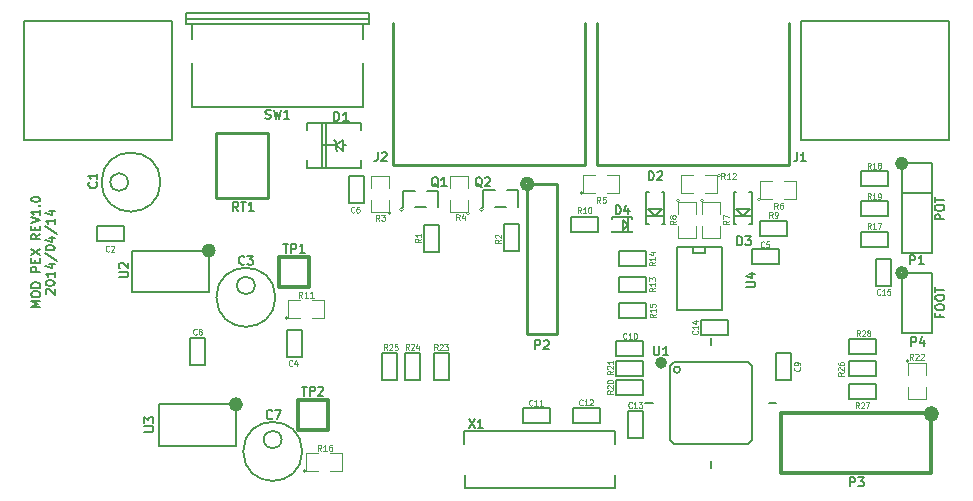
<source format=gto>
%FSLAX34Y34*%
G04 Gerber Fmt 3.4, Leading zero omitted, Abs format*
G04 (created by PCBNEW (2014-03-19 BZR 4756)-product) date Ter 03 Jun 2014 12:28:43 BRT*
%MOIN*%
G01*
G70*
G90*
G04 APERTURE LIST*
%ADD10C,0.005906*%
%ADD11C,0.006000*%
%ADD12C,0.020000*%
%ADD13C,0.007874*%
%ADD14C,0.003100*%
%ADD15C,0.019685*%
%ADD16C,0.005000*%
%ADD17C,0.010000*%
%ADD18C,0.003900*%
%ADD19C,0.012500*%
%ADD20C,0.012000*%
%ADD21C,0.007500*%
%ADD22C,0.004300*%
%ADD23C,0.004500*%
G04 APERTURE END LIST*
G54D10*
G54D11*
X555Y-9525D02*
X255Y-9525D01*
X470Y-9425D01*
X255Y-9325D01*
X555Y-9325D01*
X255Y-9125D02*
X255Y-9068D01*
X270Y-9039D01*
X298Y-9011D01*
X355Y-8997D01*
X455Y-8997D01*
X512Y-9011D01*
X541Y-9039D01*
X555Y-9068D01*
X555Y-9125D01*
X541Y-9154D01*
X512Y-9182D01*
X455Y-9197D01*
X355Y-9197D01*
X298Y-9182D01*
X270Y-9154D01*
X255Y-9125D01*
X555Y-8868D02*
X255Y-8868D01*
X255Y-8797D01*
X270Y-8754D01*
X298Y-8725D01*
X327Y-8711D01*
X384Y-8697D01*
X427Y-8697D01*
X484Y-8711D01*
X512Y-8725D01*
X541Y-8754D01*
X555Y-8797D01*
X555Y-8868D01*
X555Y-8339D02*
X255Y-8339D01*
X255Y-8225D01*
X270Y-8197D01*
X284Y-8182D01*
X312Y-8168D01*
X355Y-8168D01*
X384Y-8182D01*
X398Y-8197D01*
X412Y-8225D01*
X412Y-8339D01*
X398Y-8039D02*
X398Y-7939D01*
X555Y-7897D02*
X555Y-8039D01*
X255Y-8039D01*
X255Y-7897D01*
X255Y-7797D02*
X555Y-7597D01*
X255Y-7597D02*
X555Y-7797D01*
X555Y-7082D02*
X412Y-7182D01*
X555Y-7254D02*
X255Y-7254D01*
X255Y-7140D01*
X270Y-7111D01*
X284Y-7097D01*
X312Y-7082D01*
X355Y-7082D01*
X384Y-7097D01*
X398Y-7111D01*
X412Y-7140D01*
X412Y-7254D01*
X398Y-6954D02*
X398Y-6854D01*
X555Y-6811D02*
X555Y-6954D01*
X255Y-6954D01*
X255Y-6811D01*
X255Y-6725D02*
X555Y-6625D01*
X255Y-6525D01*
X555Y-6268D02*
X555Y-6439D01*
X555Y-6354D02*
X255Y-6354D01*
X298Y-6382D01*
X327Y-6411D01*
X341Y-6439D01*
X527Y-6139D02*
X541Y-6125D01*
X555Y-6139D01*
X541Y-6154D01*
X527Y-6139D01*
X555Y-6139D01*
X255Y-5940D02*
X255Y-5911D01*
X270Y-5882D01*
X284Y-5868D01*
X312Y-5854D01*
X370Y-5840D01*
X441Y-5840D01*
X498Y-5854D01*
X527Y-5868D01*
X541Y-5882D01*
X555Y-5911D01*
X555Y-5940D01*
X541Y-5968D01*
X527Y-5982D01*
X498Y-5997D01*
X441Y-6011D01*
X370Y-6011D01*
X312Y-5997D01*
X284Y-5982D01*
X270Y-5968D01*
X255Y-5940D01*
X764Y-9089D02*
X750Y-9075D01*
X735Y-9047D01*
X735Y-8975D01*
X750Y-8947D01*
X764Y-8932D01*
X792Y-8918D01*
X821Y-8918D01*
X864Y-8932D01*
X1035Y-9104D01*
X1035Y-8918D01*
X735Y-8732D02*
X735Y-8704D01*
X750Y-8675D01*
X764Y-8661D01*
X792Y-8647D01*
X850Y-8632D01*
X921Y-8632D01*
X978Y-8647D01*
X1007Y-8661D01*
X1021Y-8675D01*
X1035Y-8704D01*
X1035Y-8732D01*
X1021Y-8761D01*
X1007Y-8775D01*
X978Y-8789D01*
X921Y-8804D01*
X850Y-8804D01*
X792Y-8789D01*
X764Y-8775D01*
X750Y-8761D01*
X735Y-8732D01*
X1035Y-8347D02*
X1035Y-8518D01*
X1035Y-8432D02*
X735Y-8432D01*
X778Y-8461D01*
X807Y-8490D01*
X821Y-8518D01*
X835Y-8090D02*
X1035Y-8090D01*
X721Y-8161D02*
X935Y-8232D01*
X935Y-8047D01*
X721Y-7718D02*
X1107Y-7975D01*
X735Y-7561D02*
X735Y-7532D01*
X750Y-7504D01*
X764Y-7490D01*
X792Y-7475D01*
X850Y-7461D01*
X921Y-7461D01*
X978Y-7475D01*
X1007Y-7490D01*
X1021Y-7504D01*
X1035Y-7532D01*
X1035Y-7561D01*
X1021Y-7590D01*
X1007Y-7604D01*
X978Y-7618D01*
X921Y-7632D01*
X850Y-7632D01*
X792Y-7618D01*
X764Y-7604D01*
X750Y-7590D01*
X735Y-7561D01*
X835Y-7204D02*
X1035Y-7204D01*
X721Y-7275D02*
X935Y-7347D01*
X935Y-7161D01*
X721Y-6832D02*
X1107Y-7090D01*
X1035Y-6575D02*
X1035Y-6747D01*
X1035Y-6661D02*
X735Y-6661D01*
X778Y-6690D01*
X807Y-6718D01*
X821Y-6747D01*
X835Y-6318D02*
X1035Y-6318D01*
X721Y-6390D02*
X935Y-6461D01*
X935Y-6275D01*
G54D12*
X21356Y-11375D02*
G75*
G03X21356Y-11375I-101J0D01*
G74*
G01*
X16940Y-5415D02*
G75*
G03X16940Y-5415I-150J0D01*
G74*
G01*
X29401Y-4730D02*
G75*
G03X29401Y-4730I-126J0D01*
G74*
G01*
X29410Y-8380D02*
G75*
G03X29410Y-8380I-130J0D01*
G74*
G01*
X30421Y-13080D02*
G75*
G03X30421Y-13080I-161J0D01*
G74*
G01*
G54D13*
X22915Y-10785D02*
X22915Y-10535D01*
X24845Y-12715D02*
X25095Y-12715D01*
X22910Y-14645D02*
X22910Y-14895D01*
X20980Y-12720D02*
X20730Y-12720D01*
G54D11*
X30539Y-9764D02*
X30539Y-9864D01*
X30696Y-9864D02*
X30396Y-9864D01*
X30396Y-9721D01*
X30396Y-9550D02*
X30396Y-9493D01*
X30410Y-9464D01*
X30439Y-9436D01*
X30496Y-9421D01*
X30596Y-9421D01*
X30653Y-9436D01*
X30682Y-9464D01*
X30696Y-9493D01*
X30696Y-9550D01*
X30682Y-9578D01*
X30653Y-9607D01*
X30596Y-9621D01*
X30496Y-9621D01*
X30439Y-9607D01*
X30410Y-9578D01*
X30396Y-9550D01*
X30396Y-9236D02*
X30396Y-9178D01*
X30410Y-9150D01*
X30439Y-9121D01*
X30496Y-9107D01*
X30596Y-9107D01*
X30653Y-9121D01*
X30682Y-9150D01*
X30696Y-9178D01*
X30696Y-9236D01*
X30682Y-9264D01*
X30653Y-9293D01*
X30596Y-9307D01*
X30496Y-9307D01*
X30439Y-9293D01*
X30410Y-9264D01*
X30396Y-9236D01*
X30396Y-9021D02*
X30396Y-8850D01*
X30696Y-8936D02*
X30396Y-8936D01*
X30685Y-6599D02*
X30385Y-6599D01*
X30385Y-6485D01*
X30400Y-6457D01*
X30414Y-6442D01*
X30442Y-6428D01*
X30485Y-6428D01*
X30514Y-6442D01*
X30528Y-6457D01*
X30542Y-6485D01*
X30542Y-6599D01*
X30385Y-6242D02*
X30385Y-6185D01*
X30400Y-6157D01*
X30428Y-6128D01*
X30485Y-6114D01*
X30585Y-6114D01*
X30642Y-6128D01*
X30671Y-6157D01*
X30685Y-6185D01*
X30685Y-6242D01*
X30671Y-6271D01*
X30642Y-6299D01*
X30585Y-6314D01*
X30485Y-6314D01*
X30428Y-6299D01*
X30400Y-6271D01*
X30385Y-6242D01*
X30385Y-6028D02*
X30385Y-5857D01*
X30685Y-5942D02*
X30385Y-5942D01*
X15728Y-6181D02*
X16082Y-6181D01*
X16496Y-5629D02*
X16102Y-5629D01*
X15314Y-5629D02*
X15708Y-5629D01*
X16496Y-5629D02*
X16496Y-6181D01*
X15314Y-5629D02*
X15314Y-6181D01*
G54D14*
X15327Y-6260D02*
G75*
G03X15327Y-6260I-62J0D01*
G74*
G01*
G54D11*
X13064Y-6194D02*
X13419Y-6194D01*
X13832Y-5643D02*
X13438Y-5643D01*
X12651Y-5643D02*
X13045Y-5643D01*
X13832Y-5643D02*
X13832Y-6194D01*
X12651Y-5643D02*
X12651Y-6194D01*
G54D14*
X12664Y-6273D02*
G75*
G03X12664Y-6273I-62J0D01*
G74*
G01*
G54D13*
X6173Y-7736D02*
X6173Y-7638D01*
X6173Y-7638D02*
X6271Y-7638D01*
G54D15*
X6312Y-7638D02*
G75*
G03X6312Y-7638I-139J0D01*
G74*
G01*
G54D13*
X6173Y-9016D02*
X3614Y-9016D01*
X3614Y-9016D02*
X3614Y-7638D01*
X3614Y-7638D02*
X6173Y-7638D01*
X6173Y-7638D02*
X6173Y-9016D01*
X7079Y-12859D02*
X7079Y-12761D01*
X7079Y-12761D02*
X7177Y-12761D01*
G54D15*
X7218Y-12761D02*
G75*
G03X7218Y-12761I-139J0D01*
G74*
G01*
G54D13*
X7079Y-14138D02*
X4520Y-14138D01*
X4520Y-14138D02*
X4520Y-12761D01*
X4520Y-12761D02*
X7079Y-12761D01*
X7079Y-12761D02*
X7079Y-14138D01*
G54D16*
X21819Y-7532D02*
X21769Y-7532D01*
X21769Y-7532D02*
X21769Y-9632D01*
X23269Y-9632D02*
X23269Y-7532D01*
X23269Y-7532D02*
X21819Y-7532D01*
X22719Y-7532D02*
X22719Y-7732D01*
X22719Y-7732D02*
X22319Y-7732D01*
X22319Y-7732D02*
X22319Y-7532D01*
X23269Y-9632D02*
X21769Y-9632D01*
G54D17*
X8149Y-5885D02*
X6417Y-5885D01*
X6417Y-5885D02*
X6417Y-3720D01*
X6417Y-3720D02*
X8149Y-3720D01*
X8149Y-3720D02*
X8149Y-5885D01*
G54D18*
X29523Y-11327D02*
G75*
G03X29523Y-11327I-50J0D01*
G74*
G01*
X29473Y-11777D02*
X29473Y-11377D01*
X29473Y-11377D02*
X30073Y-11377D01*
X30073Y-11377D02*
X30073Y-11777D01*
X30073Y-12177D02*
X30073Y-12577D01*
X30073Y-12577D02*
X29473Y-12577D01*
X29473Y-12577D02*
X29473Y-12177D01*
X8821Y-9886D02*
G75*
G03X8821Y-9886I-50J0D01*
G74*
G01*
X9221Y-9886D02*
X8821Y-9886D01*
X8821Y-9886D02*
X8821Y-9286D01*
X8821Y-9286D02*
X9221Y-9286D01*
X9621Y-9286D02*
X10021Y-9286D01*
X10021Y-9286D02*
X10021Y-9886D01*
X10021Y-9886D02*
X9621Y-9886D01*
X23219Y-5133D02*
G75*
G03X23219Y-5133I-50J0D01*
G74*
G01*
X22719Y-5133D02*
X23119Y-5133D01*
X23119Y-5133D02*
X23119Y-5733D01*
X23119Y-5733D02*
X22719Y-5733D01*
X22319Y-5733D02*
X21919Y-5733D01*
X21919Y-5733D02*
X21919Y-5133D01*
X21919Y-5133D02*
X22319Y-5133D01*
X9426Y-14985D02*
G75*
G03X9426Y-14985I-50J0D01*
G74*
G01*
X9826Y-14985D02*
X9426Y-14985D01*
X9426Y-14985D02*
X9426Y-14385D01*
X9426Y-14385D02*
X9826Y-14385D01*
X10226Y-14385D02*
X10626Y-14385D01*
X10626Y-14385D02*
X10626Y-14985D01*
X10626Y-14985D02*
X10226Y-14985D01*
X12250Y-6400D02*
G75*
G03X12250Y-6400I-50J0D01*
G74*
G01*
X12200Y-5950D02*
X12200Y-6350D01*
X12200Y-6350D02*
X11600Y-6350D01*
X11600Y-6350D02*
X11600Y-5950D01*
X11600Y-5550D02*
X11600Y-5150D01*
X11600Y-5150D02*
X12200Y-5150D01*
X12200Y-5150D02*
X12200Y-5550D01*
X14877Y-6398D02*
G75*
G03X14877Y-6398I-50J0D01*
G74*
G01*
X14827Y-5948D02*
X14827Y-6348D01*
X14827Y-6348D02*
X14227Y-6348D01*
X14227Y-6348D02*
X14227Y-5948D01*
X14227Y-5548D02*
X14227Y-5148D01*
X14227Y-5148D02*
X14827Y-5148D01*
X14827Y-5148D02*
X14827Y-5548D01*
X18651Y-5733D02*
G75*
G03X18651Y-5733I-50J0D01*
G74*
G01*
X19051Y-5733D02*
X18651Y-5733D01*
X18651Y-5733D02*
X18651Y-5133D01*
X18651Y-5133D02*
X19051Y-5133D01*
X19451Y-5133D02*
X19851Y-5133D01*
X19851Y-5133D02*
X19851Y-5733D01*
X19851Y-5733D02*
X19451Y-5733D01*
X24557Y-5929D02*
G75*
G03X24557Y-5929I-50J0D01*
G74*
G01*
X24957Y-5929D02*
X24557Y-5929D01*
X24557Y-5929D02*
X24557Y-5329D01*
X24557Y-5329D02*
X24957Y-5329D01*
X25357Y-5329D02*
X25757Y-5329D01*
X25757Y-5329D02*
X25757Y-5929D01*
X25757Y-5929D02*
X25357Y-5929D01*
X22663Y-5964D02*
G75*
G03X22663Y-5964I-50J0D01*
G74*
G01*
X22613Y-6414D02*
X22613Y-6014D01*
X22613Y-6014D02*
X23213Y-6014D01*
X23213Y-6014D02*
X23213Y-6414D01*
X23213Y-6814D02*
X23213Y-7214D01*
X23213Y-7214D02*
X22613Y-7214D01*
X22613Y-7214D02*
X22613Y-6814D01*
X21875Y-5964D02*
G75*
G03X21875Y-5964I-50J0D01*
G74*
G01*
X21825Y-6414D02*
X21825Y-6014D01*
X21825Y-6014D02*
X22425Y-6014D01*
X22425Y-6014D02*
X22425Y-6414D01*
X22425Y-6814D02*
X22425Y-7214D01*
X22425Y-7214D02*
X21825Y-7214D01*
X21825Y-7214D02*
X21825Y-6814D01*
G54D16*
X9277Y-10278D02*
X9277Y-11178D01*
X9277Y-11178D02*
X8777Y-11178D01*
X8777Y-11178D02*
X8777Y-10278D01*
X8777Y-10278D02*
X9277Y-10278D01*
X19746Y-11954D02*
X20646Y-11954D01*
X20646Y-11954D02*
X20646Y-12454D01*
X20646Y-12454D02*
X19746Y-12454D01*
X19746Y-12454D02*
X19746Y-11954D01*
X3335Y-7317D02*
X2435Y-7317D01*
X2435Y-7317D02*
X2435Y-6817D01*
X2435Y-6817D02*
X3335Y-6817D01*
X3335Y-6817D02*
X3335Y-7317D01*
X19864Y-9395D02*
X20764Y-9395D01*
X20764Y-9395D02*
X20764Y-9895D01*
X20764Y-9895D02*
X19864Y-9895D01*
X19864Y-9895D02*
X19864Y-9395D01*
X27512Y-12081D02*
X28412Y-12081D01*
X28412Y-12081D02*
X28412Y-12581D01*
X28412Y-12581D02*
X27512Y-12581D01*
X27512Y-12581D02*
X27512Y-12081D01*
X27512Y-11333D02*
X28412Y-11333D01*
X28412Y-11333D02*
X28412Y-11833D01*
X28412Y-11833D02*
X27512Y-11833D01*
X27512Y-11833D02*
X27512Y-11333D01*
X13677Y-11964D02*
X13677Y-11064D01*
X13677Y-11064D02*
X14177Y-11064D01*
X14177Y-11064D02*
X14177Y-11964D01*
X14177Y-11964D02*
X13677Y-11964D01*
X12732Y-11964D02*
X12732Y-11064D01*
X12732Y-11064D02*
X13232Y-11064D01*
X13232Y-11064D02*
X13232Y-11964D01*
X13232Y-11964D02*
X12732Y-11964D01*
X11964Y-11964D02*
X11964Y-11064D01*
X11964Y-11064D02*
X12464Y-11064D01*
X12464Y-11064D02*
X12464Y-11964D01*
X12464Y-11964D02*
X11964Y-11964D01*
X28412Y-11085D02*
X27512Y-11085D01*
X27512Y-11085D02*
X27512Y-10585D01*
X27512Y-10585D02*
X28412Y-10585D01*
X28412Y-10585D02*
X28412Y-11085D01*
X28806Y-7502D02*
X27906Y-7502D01*
X27906Y-7502D02*
X27906Y-7002D01*
X27906Y-7002D02*
X28806Y-7002D01*
X28806Y-7002D02*
X28806Y-7502D01*
X28806Y-5495D02*
X27906Y-5495D01*
X27906Y-5495D02*
X27906Y-4995D01*
X27906Y-4995D02*
X28806Y-4995D01*
X28806Y-4995D02*
X28806Y-5495D01*
X28806Y-6479D02*
X27906Y-6479D01*
X27906Y-6479D02*
X27906Y-5979D01*
X27906Y-5979D02*
X28806Y-5979D01*
X28806Y-5979D02*
X28806Y-6479D01*
X25074Y-11954D02*
X25074Y-11054D01*
X25074Y-11054D02*
X25574Y-11054D01*
X25574Y-11054D02*
X25574Y-11954D01*
X25574Y-11954D02*
X25074Y-11954D01*
X13346Y-7668D02*
X13346Y-6768D01*
X13346Y-6768D02*
X13846Y-6768D01*
X13846Y-6768D02*
X13846Y-7668D01*
X13846Y-7668D02*
X13346Y-7668D01*
X22581Y-9946D02*
X23481Y-9946D01*
X23481Y-9946D02*
X23481Y-10446D01*
X23481Y-10446D02*
X22581Y-10446D01*
X22581Y-10446D02*
X22581Y-9946D01*
X20643Y-12975D02*
X20643Y-13875D01*
X20643Y-13875D02*
X20143Y-13875D01*
X20143Y-13875D02*
X20143Y-12975D01*
X20143Y-12975D02*
X20643Y-12975D01*
X16636Y-12899D02*
X17536Y-12899D01*
X17536Y-12899D02*
X17536Y-13399D01*
X17536Y-13399D02*
X16636Y-13399D01*
X16636Y-13399D02*
X16636Y-12899D01*
X18329Y-12899D02*
X19229Y-12899D01*
X19229Y-12899D02*
X19229Y-13399D01*
X19229Y-13399D02*
X18329Y-13399D01*
X18329Y-13399D02*
X18329Y-12899D01*
X19746Y-11305D02*
X20646Y-11305D01*
X20646Y-11305D02*
X20646Y-11805D01*
X20646Y-11805D02*
X19746Y-11805D01*
X19746Y-11805D02*
X19746Y-11305D01*
X20646Y-11155D02*
X19746Y-11155D01*
X19746Y-11155D02*
X19746Y-10655D01*
X19746Y-10655D02*
X20646Y-10655D01*
X20646Y-10655D02*
X20646Y-11155D01*
X11350Y-5160D02*
X11350Y-6060D01*
X11350Y-6060D02*
X10850Y-6060D01*
X10850Y-6060D02*
X10850Y-5160D01*
X10850Y-5160D02*
X11350Y-5160D01*
X19864Y-8529D02*
X20764Y-8529D01*
X20764Y-8529D02*
X20764Y-9029D01*
X20764Y-9029D02*
X19864Y-9029D01*
X19864Y-9029D02*
X19864Y-8529D01*
X16009Y-7654D02*
X16009Y-6754D01*
X16009Y-6754D02*
X16509Y-6754D01*
X16509Y-6754D02*
X16509Y-7654D01*
X16509Y-7654D02*
X16009Y-7654D01*
X5550Y-11460D02*
X5550Y-10560D01*
X5550Y-10560D02*
X6050Y-10560D01*
X6050Y-10560D02*
X6050Y-11460D01*
X6050Y-11460D02*
X5550Y-11460D01*
X19150Y-7021D02*
X18250Y-7021D01*
X18250Y-7021D02*
X18250Y-6521D01*
X18250Y-6521D02*
X19150Y-6521D01*
X19150Y-6521D02*
X19150Y-7021D01*
X19864Y-7663D02*
X20764Y-7663D01*
X20764Y-7663D02*
X20764Y-8163D01*
X20764Y-8163D02*
X19864Y-8163D01*
X19864Y-8163D02*
X19864Y-7663D01*
X24274Y-7584D02*
X25174Y-7584D01*
X25174Y-7584D02*
X25174Y-8084D01*
X25174Y-8084D02*
X24274Y-8084D01*
X24274Y-8084D02*
X24274Y-7584D01*
X25450Y-7139D02*
X24550Y-7139D01*
X24550Y-7139D02*
X24550Y-6639D01*
X24550Y-6639D02*
X25450Y-6639D01*
X25450Y-6639D02*
X25450Y-7139D01*
G54D19*
X8527Y-8866D02*
X9527Y-8866D01*
X8527Y-7866D02*
X9527Y-7866D01*
G54D20*
X8527Y-8866D02*
X8527Y-7866D01*
X9527Y-7866D02*
X9527Y-8866D01*
G54D19*
X9150Y-13620D02*
X10150Y-13620D01*
X9150Y-12620D02*
X10150Y-12620D01*
G54D20*
X9150Y-13620D02*
X9150Y-12620D01*
X10150Y-12620D02*
X10150Y-13620D01*
G54D17*
X18711Y-4771D02*
X18711Y-36D01*
X12311Y-36D02*
X12311Y-4771D01*
X18711Y-4771D02*
X12311Y-4771D01*
X25522Y-4771D02*
X25522Y-36D01*
X19122Y-36D02*
X19122Y-4771D01*
X25522Y-4771D02*
X19122Y-4771D01*
G54D20*
X30265Y-15064D02*
X25265Y-15064D01*
X25265Y-15064D02*
X25265Y-13064D01*
X25265Y-13064D02*
X30265Y-13064D01*
X30265Y-13064D02*
X30265Y-15064D01*
G54D17*
X16783Y-5413D02*
X16783Y-10413D01*
X17783Y-10413D02*
X17783Y-5413D01*
X17783Y-5413D02*
X16783Y-5413D01*
X16783Y-10413D02*
X17783Y-10413D01*
G54D11*
X29273Y-4729D02*
X30273Y-4729D01*
X30273Y-4729D02*
X30273Y-7729D01*
X30273Y-7729D02*
X29273Y-7729D01*
X29273Y-7729D02*
X29273Y-4729D01*
X30273Y-5729D02*
X29273Y-5729D01*
X29273Y-8378D02*
X30273Y-8378D01*
X30273Y-8378D02*
X30273Y-10378D01*
X30273Y-10378D02*
X29273Y-10378D01*
X29273Y-10378D02*
X29273Y-8378D01*
G54D16*
X21889Y-11606D02*
G75*
G03X21889Y-11606I-109J0D01*
G74*
G01*
X21556Y-11480D02*
X21556Y-13952D01*
X21556Y-13952D02*
X21677Y-14073D01*
X21677Y-14073D02*
X24149Y-14073D01*
X24149Y-14073D02*
X24270Y-13952D01*
X24270Y-13952D02*
X24270Y-11480D01*
X24270Y-11480D02*
X24149Y-11359D01*
X24149Y-11359D02*
X21677Y-11359D01*
X21677Y-11359D02*
X21556Y-11480D01*
G54D11*
X19704Y-15556D02*
X19704Y-15126D01*
X14694Y-14086D02*
X14694Y-13656D01*
X14694Y-13656D02*
X19704Y-13656D01*
X19704Y-13656D02*
X19704Y-14086D01*
X19704Y-15556D02*
X14704Y-15556D01*
X14704Y-15556D02*
X14704Y-15126D01*
G54D16*
X10654Y-4133D02*
X10734Y-4133D01*
X11254Y-4883D02*
X9454Y-4883D01*
X9454Y-4883D02*
X9454Y-4633D01*
X10094Y-3383D02*
X10094Y-4883D01*
X9964Y-3383D02*
X9964Y-4883D01*
X11254Y-3633D02*
X11254Y-3383D01*
X11254Y-3383D02*
X9454Y-3383D01*
X9454Y-3383D02*
X9454Y-3633D01*
X11254Y-4633D02*
X11254Y-4883D01*
X10404Y-4133D02*
X10654Y-4320D01*
X10654Y-4320D02*
X10654Y-4133D01*
X10654Y-4133D02*
X10654Y-3946D01*
X10654Y-3946D02*
X10404Y-4133D01*
X10404Y-4133D02*
X10404Y-4258D01*
X10404Y-4258D02*
X10466Y-4320D01*
X10404Y-4133D02*
X10404Y-4008D01*
X10404Y-4008D02*
X10342Y-3946D01*
X10404Y-4133D02*
X9967Y-4133D01*
G54D10*
X25925Y0D02*
X30846Y0D01*
X30846Y0D02*
X30846Y-3937D01*
X30846Y-3937D02*
X25925Y-3937D01*
X25925Y-3937D02*
X25925Y0D01*
X19Y0D02*
X4940Y0D01*
X4940Y0D02*
X4940Y-3937D01*
X4940Y-3937D02*
X19Y-3937D01*
X19Y-3937D02*
X19Y0D01*
X3484Y-5354D02*
G75*
G03X3484Y-5354I-295J0D01*
G74*
G01*
X4566Y-5354D02*
G75*
G03X4566Y-5354I-984J0D01*
G74*
G01*
X8602Y-13937D02*
G75*
G03X8602Y-13937I-295J0D01*
G74*
G01*
X9291Y-14330D02*
G75*
G03X9291Y-14330I-984J0D01*
G74*
G01*
X7708Y-8799D02*
G75*
G03X7708Y-8799I-295J0D01*
G74*
G01*
X8397Y-9193D02*
G75*
G03X8397Y-9193I-984J0D01*
G74*
G01*
G54D13*
X11515Y98D02*
X5413Y98D01*
X5413Y295D02*
X11515Y295D01*
X11515Y-98D02*
X5413Y-98D01*
X11515Y-98D02*
X11515Y295D01*
X5413Y295D02*
X5413Y98D01*
X5413Y98D02*
X5413Y-98D01*
X11318Y-590D02*
X11318Y-98D01*
X11318Y-2854D02*
X11318Y-1377D01*
X5610Y-590D02*
X5610Y-98D01*
X11318Y-2854D02*
X5610Y-2854D01*
X5610Y-2854D02*
X5610Y-1377D01*
G54D21*
X23671Y-5689D02*
X23766Y-5689D01*
X24280Y-5689D02*
X24186Y-5689D01*
X24282Y-6751D02*
X24186Y-6751D01*
X23671Y-6751D02*
X23766Y-6751D01*
X24281Y-5689D02*
X24281Y-6751D01*
X23671Y-6751D02*
X23671Y-5689D01*
X23671Y-6496D02*
X24281Y-6496D01*
X23976Y-6496D02*
X23740Y-6259D01*
X23740Y-6259D02*
X24212Y-6259D01*
X24212Y-6259D02*
X23976Y-6496D01*
X20757Y-5689D02*
X20852Y-5689D01*
X21366Y-5689D02*
X21272Y-5689D01*
X21368Y-6751D02*
X21272Y-6751D01*
X20757Y-6751D02*
X20852Y-6751D01*
X21367Y-5689D02*
X21367Y-6751D01*
X20757Y-6751D02*
X20757Y-5689D01*
X20757Y-6496D02*
X21367Y-6496D01*
X21062Y-6496D02*
X20826Y-6259D01*
X20826Y-6259D02*
X21298Y-6259D01*
X21298Y-6259D02*
X21062Y-6496D01*
X20167Y-7017D02*
X20167Y-6525D01*
X19999Y-6938D02*
X19999Y-6604D01*
X19999Y-6604D02*
X20167Y-6771D01*
X20167Y-6771D02*
X19999Y-6938D01*
X20295Y-6525D02*
X20295Y-6574D01*
X20295Y-7017D02*
X20295Y-6968D01*
X19625Y-6525D02*
X19625Y-6574D01*
X19625Y-7017D02*
X19625Y-6968D01*
X20295Y-6527D02*
X19625Y-6527D01*
X20295Y-7019D02*
X19625Y-7019D01*
G54D16*
X28921Y-7905D02*
X28921Y-8805D01*
X28921Y-8805D02*
X28421Y-8805D01*
X28421Y-8805D02*
X28421Y-7905D01*
X28421Y-7905D02*
X28921Y-7905D01*
G54D11*
X15286Y-5518D02*
X15257Y-5504D01*
X15229Y-5475D01*
X15186Y-5432D01*
X15157Y-5418D01*
X15129Y-5418D01*
X15143Y-5490D02*
X15114Y-5475D01*
X15086Y-5447D01*
X15072Y-5390D01*
X15072Y-5290D01*
X15086Y-5232D01*
X15114Y-5204D01*
X15143Y-5190D01*
X15200Y-5190D01*
X15229Y-5204D01*
X15257Y-5232D01*
X15272Y-5290D01*
X15272Y-5390D01*
X15257Y-5447D01*
X15229Y-5475D01*
X15200Y-5490D01*
X15143Y-5490D01*
X15386Y-5218D02*
X15400Y-5204D01*
X15429Y-5190D01*
X15500Y-5190D01*
X15529Y-5204D01*
X15543Y-5218D01*
X15557Y-5247D01*
X15557Y-5275D01*
X15543Y-5318D01*
X15372Y-5490D01*
X15557Y-5490D01*
X13829Y-5518D02*
X13801Y-5504D01*
X13772Y-5475D01*
X13729Y-5432D01*
X13701Y-5418D01*
X13672Y-5418D01*
X13686Y-5490D02*
X13658Y-5475D01*
X13629Y-5447D01*
X13615Y-5390D01*
X13615Y-5290D01*
X13629Y-5232D01*
X13658Y-5204D01*
X13686Y-5190D01*
X13743Y-5190D01*
X13772Y-5204D01*
X13801Y-5232D01*
X13815Y-5290D01*
X13815Y-5390D01*
X13801Y-5447D01*
X13772Y-5475D01*
X13743Y-5490D01*
X13686Y-5490D01*
X14101Y-5490D02*
X13929Y-5490D01*
X14015Y-5490D02*
X14015Y-5190D01*
X13986Y-5232D01*
X13958Y-5261D01*
X13929Y-5275D01*
X3184Y-8518D02*
X3427Y-8518D01*
X3456Y-8504D01*
X3470Y-8490D01*
X3484Y-8461D01*
X3484Y-8404D01*
X3470Y-8375D01*
X3456Y-8361D01*
X3427Y-8347D01*
X3184Y-8347D01*
X3213Y-8218D02*
X3199Y-8204D01*
X3184Y-8175D01*
X3184Y-8104D01*
X3199Y-8075D01*
X3213Y-8061D01*
X3241Y-8047D01*
X3270Y-8047D01*
X3313Y-8061D01*
X3484Y-8232D01*
X3484Y-8047D01*
X4031Y-13668D02*
X4273Y-13668D01*
X4302Y-13654D01*
X4316Y-13639D01*
X4331Y-13611D01*
X4331Y-13554D01*
X4316Y-13525D01*
X4302Y-13511D01*
X4273Y-13496D01*
X4031Y-13496D01*
X4031Y-13382D02*
X4031Y-13196D01*
X4145Y-13296D01*
X4145Y-13254D01*
X4159Y-13225D01*
X4173Y-13211D01*
X4202Y-13196D01*
X4273Y-13196D01*
X4302Y-13211D01*
X4316Y-13225D01*
X4331Y-13254D01*
X4331Y-13339D01*
X4316Y-13368D01*
X4302Y-13382D01*
X24087Y-8850D02*
X24330Y-8850D01*
X24359Y-8836D01*
X24373Y-8822D01*
X24387Y-8793D01*
X24387Y-8736D01*
X24373Y-8707D01*
X24359Y-8693D01*
X24330Y-8679D01*
X24087Y-8679D01*
X24187Y-8407D02*
X24387Y-8407D01*
X24073Y-8479D02*
X24287Y-8550D01*
X24287Y-8364D01*
X7158Y-6316D02*
X7058Y-6173D01*
X6987Y-6316D02*
X6987Y-6016D01*
X7101Y-6016D01*
X7129Y-6031D01*
X7144Y-6045D01*
X7158Y-6073D01*
X7158Y-6116D01*
X7144Y-6145D01*
X7129Y-6159D01*
X7101Y-6173D01*
X6987Y-6173D01*
X7244Y-6016D02*
X7415Y-6016D01*
X7329Y-6316D02*
X7329Y-6016D01*
X7672Y-6316D02*
X7501Y-6316D01*
X7587Y-6316D02*
X7587Y-6016D01*
X7558Y-6059D01*
X7529Y-6088D01*
X7501Y-6102D01*
G54D22*
X29646Y-11279D02*
X29581Y-11185D01*
X29534Y-11279D02*
X29534Y-11082D01*
X29609Y-11082D01*
X29628Y-11091D01*
X29637Y-11100D01*
X29646Y-11119D01*
X29646Y-11147D01*
X29637Y-11166D01*
X29628Y-11175D01*
X29609Y-11185D01*
X29534Y-11185D01*
X29721Y-11100D02*
X29731Y-11091D01*
X29750Y-11082D01*
X29796Y-11082D01*
X29815Y-11091D01*
X29825Y-11100D01*
X29834Y-11119D01*
X29834Y-11138D01*
X29825Y-11166D01*
X29712Y-11279D01*
X29834Y-11279D01*
X29909Y-11100D02*
X29918Y-11091D01*
X29937Y-11082D01*
X29984Y-11082D01*
X30003Y-11091D01*
X30012Y-11100D01*
X30022Y-11119D01*
X30022Y-11138D01*
X30012Y-11166D01*
X29900Y-11279D01*
X30022Y-11279D01*
X9294Y-9203D02*
X9229Y-9109D01*
X9182Y-9203D02*
X9182Y-9006D01*
X9257Y-9006D01*
X9275Y-9015D01*
X9285Y-9025D01*
X9294Y-9044D01*
X9294Y-9072D01*
X9285Y-9091D01*
X9275Y-9100D01*
X9257Y-9109D01*
X9182Y-9109D01*
X9482Y-9203D02*
X9369Y-9203D01*
X9426Y-9203D02*
X9426Y-9006D01*
X9407Y-9034D01*
X9388Y-9053D01*
X9369Y-9062D01*
X9669Y-9203D02*
X9557Y-9203D01*
X9613Y-9203D02*
X9613Y-9006D01*
X9594Y-9034D01*
X9576Y-9053D01*
X9557Y-9062D01*
X23377Y-5246D02*
X23311Y-5152D01*
X23264Y-5246D02*
X23264Y-5049D01*
X23339Y-5049D01*
X23358Y-5058D01*
X23367Y-5068D01*
X23377Y-5087D01*
X23377Y-5115D01*
X23367Y-5134D01*
X23358Y-5143D01*
X23339Y-5152D01*
X23264Y-5152D01*
X23564Y-5246D02*
X23452Y-5246D01*
X23508Y-5246D02*
X23508Y-5049D01*
X23489Y-5077D01*
X23471Y-5096D01*
X23452Y-5105D01*
X23639Y-5068D02*
X23649Y-5058D01*
X23668Y-5049D01*
X23715Y-5049D01*
X23733Y-5058D01*
X23743Y-5068D01*
X23752Y-5087D01*
X23752Y-5105D01*
X23743Y-5134D01*
X23630Y-5246D01*
X23752Y-5246D01*
X9919Y-14311D02*
X9854Y-14217D01*
X9807Y-14311D02*
X9807Y-14114D01*
X9882Y-14114D01*
X9901Y-14123D01*
X9910Y-14133D01*
X9919Y-14152D01*
X9919Y-14180D01*
X9910Y-14198D01*
X9901Y-14208D01*
X9882Y-14217D01*
X9807Y-14217D01*
X10107Y-14311D02*
X9994Y-14311D01*
X10051Y-14311D02*
X10051Y-14114D01*
X10032Y-14142D01*
X10013Y-14161D01*
X9994Y-14170D01*
X10276Y-14114D02*
X10238Y-14114D01*
X10220Y-14123D01*
X10210Y-14133D01*
X10191Y-14161D01*
X10182Y-14198D01*
X10182Y-14274D01*
X10191Y-14292D01*
X10201Y-14302D01*
X10220Y-14311D01*
X10257Y-14311D01*
X10276Y-14302D01*
X10285Y-14292D01*
X10295Y-14274D01*
X10295Y-14227D01*
X10285Y-14208D01*
X10276Y-14198D01*
X10257Y-14189D01*
X10220Y-14189D01*
X10201Y-14198D01*
X10191Y-14208D01*
X10182Y-14227D01*
X11867Y-6639D02*
X11801Y-6545D01*
X11754Y-6639D02*
X11754Y-6442D01*
X11829Y-6442D01*
X11848Y-6451D01*
X11857Y-6460D01*
X11867Y-6479D01*
X11867Y-6507D01*
X11857Y-6526D01*
X11848Y-6535D01*
X11829Y-6545D01*
X11754Y-6545D01*
X11932Y-6442D02*
X12054Y-6442D01*
X11989Y-6517D01*
X12017Y-6517D01*
X12036Y-6526D01*
X12045Y-6535D01*
X12054Y-6554D01*
X12054Y-6601D01*
X12045Y-6620D01*
X12036Y-6629D01*
X12017Y-6639D01*
X11960Y-6639D01*
X11942Y-6629D01*
X11932Y-6620D01*
X14534Y-6624D02*
X14468Y-6530D01*
X14421Y-6624D02*
X14421Y-6427D01*
X14496Y-6427D01*
X14515Y-6436D01*
X14524Y-6446D01*
X14534Y-6465D01*
X14534Y-6493D01*
X14524Y-6511D01*
X14515Y-6521D01*
X14496Y-6530D01*
X14421Y-6530D01*
X14702Y-6493D02*
X14702Y-6624D01*
X14656Y-6418D02*
X14609Y-6558D01*
X14731Y-6558D01*
X19228Y-6042D02*
X19163Y-5949D01*
X19116Y-6042D02*
X19116Y-5845D01*
X19191Y-5845D01*
X19210Y-5855D01*
X19219Y-5864D01*
X19228Y-5883D01*
X19228Y-5911D01*
X19219Y-5930D01*
X19210Y-5939D01*
X19191Y-5949D01*
X19116Y-5949D01*
X19407Y-5845D02*
X19313Y-5845D01*
X19303Y-5939D01*
X19313Y-5930D01*
X19332Y-5920D01*
X19378Y-5920D01*
X19397Y-5930D01*
X19407Y-5939D01*
X19416Y-5958D01*
X19416Y-6005D01*
X19407Y-6024D01*
X19397Y-6033D01*
X19378Y-6042D01*
X19332Y-6042D01*
X19313Y-6033D01*
X19303Y-6024D01*
X25134Y-6239D02*
X25068Y-6145D01*
X25022Y-6239D02*
X25022Y-6042D01*
X25097Y-6042D01*
X25115Y-6051D01*
X25125Y-6060D01*
X25134Y-6079D01*
X25134Y-6107D01*
X25125Y-6126D01*
X25115Y-6135D01*
X25097Y-6145D01*
X25022Y-6145D01*
X25303Y-6042D02*
X25265Y-6042D01*
X25247Y-6051D01*
X25237Y-6060D01*
X25219Y-6088D01*
X25209Y-6126D01*
X25209Y-6201D01*
X25219Y-6220D01*
X25228Y-6229D01*
X25247Y-6239D01*
X25284Y-6239D01*
X25303Y-6229D01*
X25312Y-6220D01*
X25322Y-6201D01*
X25322Y-6154D01*
X25312Y-6135D01*
X25303Y-6126D01*
X25284Y-6117D01*
X25247Y-6117D01*
X25228Y-6126D01*
X25219Y-6135D01*
X25209Y-6154D01*
X23514Y-6647D02*
X23420Y-6712D01*
X23514Y-6759D02*
X23317Y-6759D01*
X23317Y-6684D01*
X23326Y-6665D01*
X23336Y-6656D01*
X23354Y-6647D01*
X23382Y-6647D01*
X23401Y-6656D01*
X23411Y-6665D01*
X23420Y-6684D01*
X23420Y-6759D01*
X23317Y-6581D02*
X23317Y-6450D01*
X23514Y-6534D01*
X21742Y-6647D02*
X21648Y-6712D01*
X21742Y-6759D02*
X21545Y-6759D01*
X21545Y-6684D01*
X21555Y-6665D01*
X21564Y-6656D01*
X21583Y-6647D01*
X21611Y-6647D01*
X21630Y-6656D01*
X21639Y-6665D01*
X21648Y-6684D01*
X21648Y-6759D01*
X21630Y-6534D02*
X21620Y-6553D01*
X21611Y-6562D01*
X21592Y-6571D01*
X21583Y-6571D01*
X21564Y-6562D01*
X21555Y-6553D01*
X21545Y-6534D01*
X21545Y-6496D01*
X21555Y-6478D01*
X21564Y-6468D01*
X21583Y-6459D01*
X21592Y-6459D01*
X21611Y-6468D01*
X21620Y-6478D01*
X21630Y-6496D01*
X21630Y-6534D01*
X21639Y-6553D01*
X21648Y-6562D01*
X21667Y-6571D01*
X21705Y-6571D01*
X21723Y-6562D01*
X21733Y-6553D01*
X21742Y-6534D01*
X21742Y-6496D01*
X21733Y-6478D01*
X21723Y-6468D01*
X21705Y-6459D01*
X21667Y-6459D01*
X21648Y-6468D01*
X21639Y-6478D01*
X21630Y-6496D01*
G54D23*
X8958Y-11469D02*
X8949Y-11478D01*
X8923Y-11488D01*
X8906Y-11488D01*
X8881Y-11478D01*
X8863Y-11459D01*
X8855Y-11440D01*
X8846Y-11402D01*
X8846Y-11374D01*
X8855Y-11336D01*
X8863Y-11317D01*
X8881Y-11297D01*
X8906Y-11288D01*
X8923Y-11288D01*
X8949Y-11297D01*
X8958Y-11307D01*
X9112Y-11355D02*
X9112Y-11488D01*
X9069Y-11278D02*
X9026Y-11421D01*
X9138Y-11421D01*
X19657Y-12300D02*
X19562Y-12360D01*
X19657Y-12403D02*
X19457Y-12403D01*
X19457Y-12335D01*
X19466Y-12317D01*
X19476Y-12309D01*
X19495Y-12300D01*
X19524Y-12300D01*
X19543Y-12309D01*
X19552Y-12317D01*
X19562Y-12335D01*
X19562Y-12403D01*
X19476Y-12232D02*
X19466Y-12223D01*
X19457Y-12206D01*
X19457Y-12163D01*
X19466Y-12146D01*
X19476Y-12137D01*
X19495Y-12129D01*
X19514Y-12129D01*
X19543Y-12137D01*
X19657Y-12240D01*
X19657Y-12129D01*
X19457Y-12017D02*
X19457Y-12000D01*
X19466Y-11983D01*
X19476Y-11975D01*
X19495Y-11966D01*
X19533Y-11957D01*
X19581Y-11957D01*
X19619Y-11966D01*
X19638Y-11975D01*
X19647Y-11983D01*
X19657Y-12000D01*
X19657Y-12017D01*
X19647Y-12035D01*
X19638Y-12043D01*
X19619Y-12052D01*
X19581Y-12060D01*
X19533Y-12060D01*
X19495Y-12052D01*
X19476Y-12043D01*
X19466Y-12035D01*
X19457Y-12017D01*
X2855Y-7650D02*
X2847Y-7660D01*
X2821Y-7669D01*
X2804Y-7669D01*
X2778Y-7660D01*
X2761Y-7640D01*
X2753Y-7621D01*
X2744Y-7583D01*
X2744Y-7555D01*
X2753Y-7517D01*
X2761Y-7498D01*
X2778Y-7479D01*
X2804Y-7469D01*
X2821Y-7469D01*
X2847Y-7479D01*
X2855Y-7488D01*
X2924Y-7488D02*
X2933Y-7479D01*
X2950Y-7469D01*
X2993Y-7469D01*
X3010Y-7479D01*
X3018Y-7488D01*
X3027Y-7507D01*
X3027Y-7526D01*
X3018Y-7555D01*
X2915Y-7669D01*
X3027Y-7669D01*
X21070Y-9752D02*
X20975Y-9812D01*
X21070Y-9855D02*
X20870Y-9855D01*
X20870Y-9786D01*
X20880Y-9769D01*
X20889Y-9761D01*
X20908Y-9752D01*
X20937Y-9752D01*
X20956Y-9761D01*
X20965Y-9769D01*
X20975Y-9786D01*
X20975Y-9855D01*
X21070Y-9581D02*
X21070Y-9683D01*
X21070Y-9632D02*
X20870Y-9632D01*
X20899Y-9649D01*
X20918Y-9666D01*
X20927Y-9683D01*
X20870Y-9418D02*
X20870Y-9503D01*
X20965Y-9512D01*
X20956Y-9503D01*
X20946Y-9486D01*
X20946Y-9443D01*
X20956Y-9426D01*
X20965Y-9418D01*
X20984Y-9409D01*
X21032Y-9409D01*
X21051Y-9418D01*
X21060Y-9426D01*
X21070Y-9443D01*
X21070Y-9486D01*
X21060Y-9503D01*
X21051Y-9512D01*
X27846Y-12894D02*
X27786Y-12799D01*
X27743Y-12894D02*
X27743Y-12694D01*
X27812Y-12694D01*
X27829Y-12704D01*
X27838Y-12713D01*
X27846Y-12732D01*
X27846Y-12761D01*
X27838Y-12780D01*
X27829Y-12789D01*
X27812Y-12799D01*
X27743Y-12799D01*
X27915Y-12713D02*
X27923Y-12704D01*
X27941Y-12694D01*
X27983Y-12694D01*
X28001Y-12704D01*
X28009Y-12713D01*
X28018Y-12732D01*
X28018Y-12751D01*
X28009Y-12780D01*
X27906Y-12894D01*
X28018Y-12894D01*
X28078Y-12694D02*
X28198Y-12694D01*
X28121Y-12894D01*
X27344Y-11699D02*
X27249Y-11759D01*
X27344Y-11802D02*
X27144Y-11802D01*
X27144Y-11733D01*
X27153Y-11716D01*
X27163Y-11707D01*
X27182Y-11699D01*
X27211Y-11699D01*
X27230Y-11707D01*
X27239Y-11716D01*
X27249Y-11733D01*
X27249Y-11802D01*
X27163Y-11630D02*
X27153Y-11622D01*
X27144Y-11605D01*
X27144Y-11562D01*
X27153Y-11545D01*
X27163Y-11536D01*
X27182Y-11527D01*
X27201Y-11527D01*
X27230Y-11536D01*
X27344Y-11639D01*
X27344Y-11527D01*
X27144Y-11373D02*
X27144Y-11407D01*
X27153Y-11425D01*
X27163Y-11433D01*
X27191Y-11450D01*
X27230Y-11459D01*
X27306Y-11459D01*
X27325Y-11450D01*
X27334Y-11442D01*
X27344Y-11425D01*
X27344Y-11390D01*
X27334Y-11373D01*
X27325Y-11365D01*
X27306Y-11356D01*
X27258Y-11356D01*
X27239Y-11365D01*
X27230Y-11373D01*
X27220Y-11390D01*
X27220Y-11425D01*
X27230Y-11442D01*
X27239Y-11450D01*
X27258Y-11459D01*
X13801Y-10955D02*
X13741Y-10860D01*
X13698Y-10955D02*
X13698Y-10755D01*
X13767Y-10755D01*
X13784Y-10765D01*
X13793Y-10774D01*
X13801Y-10793D01*
X13801Y-10822D01*
X13793Y-10841D01*
X13784Y-10850D01*
X13767Y-10860D01*
X13698Y-10860D01*
X13870Y-10774D02*
X13878Y-10765D01*
X13895Y-10755D01*
X13938Y-10755D01*
X13955Y-10765D01*
X13964Y-10774D01*
X13973Y-10793D01*
X13973Y-10812D01*
X13964Y-10841D01*
X13861Y-10955D01*
X13973Y-10955D01*
X14033Y-10755D02*
X14144Y-10755D01*
X14084Y-10831D01*
X14110Y-10831D01*
X14127Y-10841D01*
X14135Y-10850D01*
X14144Y-10869D01*
X14144Y-10917D01*
X14135Y-10936D01*
X14127Y-10945D01*
X14110Y-10955D01*
X14058Y-10955D01*
X14041Y-10945D01*
X14033Y-10936D01*
X12846Y-10945D02*
X12786Y-10850D01*
X12744Y-10945D02*
X12744Y-10745D01*
X12812Y-10745D01*
X12829Y-10755D01*
X12838Y-10764D01*
X12846Y-10783D01*
X12846Y-10812D01*
X12838Y-10831D01*
X12829Y-10840D01*
X12812Y-10850D01*
X12744Y-10850D01*
X12915Y-10764D02*
X12924Y-10755D01*
X12941Y-10745D01*
X12984Y-10745D01*
X13001Y-10755D01*
X13009Y-10764D01*
X13018Y-10783D01*
X13018Y-10802D01*
X13009Y-10831D01*
X12906Y-10945D01*
X13018Y-10945D01*
X13172Y-10812D02*
X13172Y-10945D01*
X13129Y-10736D02*
X13086Y-10879D01*
X13198Y-10879D01*
X12128Y-10955D02*
X12068Y-10860D01*
X12025Y-10955D02*
X12025Y-10755D01*
X12094Y-10755D01*
X12111Y-10765D01*
X12119Y-10774D01*
X12128Y-10793D01*
X12128Y-10822D01*
X12119Y-10841D01*
X12111Y-10850D01*
X12094Y-10860D01*
X12025Y-10860D01*
X12196Y-10774D02*
X12205Y-10765D01*
X12222Y-10755D01*
X12265Y-10755D01*
X12282Y-10765D01*
X12291Y-10774D01*
X12299Y-10793D01*
X12299Y-10812D01*
X12291Y-10841D01*
X12188Y-10955D01*
X12299Y-10955D01*
X12462Y-10755D02*
X12376Y-10755D01*
X12368Y-10850D01*
X12376Y-10841D01*
X12394Y-10831D01*
X12436Y-10831D01*
X12454Y-10841D01*
X12462Y-10850D01*
X12471Y-10869D01*
X12471Y-10917D01*
X12462Y-10936D01*
X12454Y-10945D01*
X12436Y-10955D01*
X12394Y-10955D01*
X12376Y-10945D01*
X12368Y-10936D01*
X27886Y-10493D02*
X27826Y-10397D01*
X27783Y-10493D02*
X27783Y-10293D01*
X27851Y-10293D01*
X27869Y-10302D01*
X27877Y-10312D01*
X27886Y-10331D01*
X27886Y-10359D01*
X27877Y-10378D01*
X27869Y-10388D01*
X27851Y-10397D01*
X27783Y-10397D01*
X27954Y-10312D02*
X27963Y-10302D01*
X27980Y-10293D01*
X28023Y-10293D01*
X28040Y-10302D01*
X28049Y-10312D01*
X28057Y-10331D01*
X28057Y-10350D01*
X28049Y-10378D01*
X27946Y-10493D01*
X28057Y-10493D01*
X28160Y-10378D02*
X28143Y-10369D01*
X28134Y-10359D01*
X28126Y-10340D01*
X28126Y-10331D01*
X28134Y-10312D01*
X28143Y-10302D01*
X28160Y-10293D01*
X28194Y-10293D01*
X28211Y-10302D01*
X28220Y-10312D01*
X28229Y-10331D01*
X28229Y-10340D01*
X28220Y-10359D01*
X28211Y-10369D01*
X28194Y-10378D01*
X28160Y-10378D01*
X28143Y-10388D01*
X28134Y-10397D01*
X28126Y-10416D01*
X28126Y-10454D01*
X28134Y-10474D01*
X28143Y-10483D01*
X28160Y-10493D01*
X28194Y-10493D01*
X28211Y-10483D01*
X28220Y-10474D01*
X28229Y-10454D01*
X28229Y-10416D01*
X28220Y-10397D01*
X28211Y-10388D01*
X28194Y-10378D01*
X28240Y-6910D02*
X28180Y-6815D01*
X28137Y-6910D02*
X28137Y-6710D01*
X28206Y-6710D01*
X28223Y-6719D01*
X28231Y-6729D01*
X28240Y-6748D01*
X28240Y-6777D01*
X28231Y-6796D01*
X28223Y-6805D01*
X28206Y-6815D01*
X28137Y-6815D01*
X28411Y-6910D02*
X28309Y-6910D01*
X28360Y-6910D02*
X28360Y-6710D01*
X28343Y-6738D01*
X28326Y-6758D01*
X28309Y-6767D01*
X28471Y-6710D02*
X28591Y-6710D01*
X28514Y-6910D01*
X28240Y-4902D02*
X28180Y-4807D01*
X28137Y-4902D02*
X28137Y-4702D01*
X28206Y-4702D01*
X28223Y-4712D01*
X28231Y-4721D01*
X28240Y-4740D01*
X28240Y-4769D01*
X28231Y-4788D01*
X28223Y-4797D01*
X28206Y-4807D01*
X28137Y-4807D01*
X28411Y-4902D02*
X28309Y-4902D01*
X28360Y-4902D02*
X28360Y-4702D01*
X28343Y-4731D01*
X28326Y-4750D01*
X28309Y-4759D01*
X28514Y-4788D02*
X28497Y-4778D01*
X28489Y-4769D01*
X28480Y-4750D01*
X28480Y-4740D01*
X28489Y-4721D01*
X28497Y-4712D01*
X28514Y-4702D01*
X28549Y-4702D01*
X28566Y-4712D01*
X28574Y-4721D01*
X28583Y-4740D01*
X28583Y-4750D01*
X28574Y-4769D01*
X28566Y-4778D01*
X28549Y-4788D01*
X28514Y-4788D01*
X28497Y-4797D01*
X28489Y-4807D01*
X28480Y-4826D01*
X28480Y-4864D01*
X28489Y-4883D01*
X28497Y-4892D01*
X28514Y-4902D01*
X28549Y-4902D01*
X28566Y-4892D01*
X28574Y-4883D01*
X28583Y-4864D01*
X28583Y-4826D01*
X28574Y-4807D01*
X28566Y-4797D01*
X28549Y-4788D01*
X28240Y-5926D02*
X28180Y-5830D01*
X28137Y-5926D02*
X28137Y-5726D01*
X28206Y-5726D01*
X28223Y-5735D01*
X28231Y-5745D01*
X28240Y-5764D01*
X28240Y-5792D01*
X28231Y-5811D01*
X28223Y-5821D01*
X28206Y-5830D01*
X28137Y-5830D01*
X28411Y-5926D02*
X28309Y-5926D01*
X28360Y-5926D02*
X28360Y-5726D01*
X28343Y-5754D01*
X28326Y-5773D01*
X28309Y-5783D01*
X28497Y-5926D02*
X28531Y-5926D01*
X28549Y-5916D01*
X28557Y-5907D01*
X28574Y-5878D01*
X28583Y-5840D01*
X28583Y-5764D01*
X28574Y-5745D01*
X28566Y-5735D01*
X28549Y-5726D01*
X28514Y-5726D01*
X28497Y-5735D01*
X28489Y-5745D01*
X28480Y-5764D01*
X28480Y-5811D01*
X28489Y-5830D01*
X28497Y-5840D01*
X28514Y-5849D01*
X28549Y-5849D01*
X28566Y-5840D01*
X28574Y-5830D01*
X28583Y-5811D01*
X25868Y-11534D02*
X25878Y-11543D01*
X25887Y-11569D01*
X25887Y-11586D01*
X25878Y-11612D01*
X25859Y-11629D01*
X25840Y-11637D01*
X25801Y-11646D01*
X25773Y-11646D01*
X25735Y-11637D01*
X25716Y-11629D01*
X25697Y-11612D01*
X25687Y-11586D01*
X25687Y-11569D01*
X25697Y-11543D01*
X25706Y-11534D01*
X25887Y-11449D02*
X25887Y-11414D01*
X25878Y-11397D01*
X25868Y-11389D01*
X25840Y-11372D01*
X25801Y-11363D01*
X25725Y-11363D01*
X25706Y-11372D01*
X25697Y-11380D01*
X25687Y-11397D01*
X25687Y-11432D01*
X25697Y-11449D01*
X25706Y-11457D01*
X25725Y-11466D01*
X25773Y-11466D01*
X25792Y-11457D01*
X25801Y-11449D01*
X25811Y-11432D01*
X25811Y-11397D01*
X25801Y-11380D01*
X25792Y-11372D01*
X25773Y-11363D01*
X13253Y-7248D02*
X13158Y-7308D01*
X13253Y-7350D02*
X13053Y-7350D01*
X13053Y-7282D01*
X13063Y-7265D01*
X13072Y-7256D01*
X13091Y-7248D01*
X13120Y-7248D01*
X13139Y-7256D01*
X13149Y-7265D01*
X13158Y-7282D01*
X13158Y-7350D01*
X13253Y-7076D02*
X13253Y-7179D01*
X13253Y-7128D02*
X13053Y-7128D01*
X13082Y-7145D01*
X13101Y-7162D01*
X13111Y-7179D01*
X22466Y-10315D02*
X22475Y-10324D01*
X22485Y-10350D01*
X22485Y-10367D01*
X22475Y-10392D01*
X22456Y-10410D01*
X22437Y-10418D01*
X22399Y-10427D01*
X22371Y-10427D01*
X22333Y-10418D01*
X22314Y-10410D01*
X22295Y-10392D01*
X22285Y-10367D01*
X22285Y-10350D01*
X22295Y-10324D01*
X22304Y-10315D01*
X22485Y-10144D02*
X22485Y-10247D01*
X22485Y-10195D02*
X22285Y-10195D01*
X22314Y-10212D01*
X22333Y-10230D01*
X22342Y-10247D01*
X22352Y-9990D02*
X22485Y-9990D01*
X22275Y-10032D02*
X22418Y-10075D01*
X22418Y-9964D01*
X20277Y-12866D02*
X20269Y-12876D01*
X20243Y-12885D01*
X20226Y-12885D01*
X20200Y-12876D01*
X20183Y-12857D01*
X20175Y-12838D01*
X20166Y-12800D01*
X20166Y-12771D01*
X20175Y-12733D01*
X20183Y-12714D01*
X20200Y-12695D01*
X20226Y-12685D01*
X20243Y-12685D01*
X20269Y-12695D01*
X20277Y-12704D01*
X20449Y-12885D02*
X20346Y-12885D01*
X20397Y-12885D02*
X20397Y-12685D01*
X20380Y-12714D01*
X20363Y-12733D01*
X20346Y-12742D01*
X20509Y-12685D02*
X20620Y-12685D01*
X20560Y-12761D01*
X20586Y-12761D01*
X20603Y-12771D01*
X20612Y-12780D01*
X20620Y-12800D01*
X20620Y-12847D01*
X20612Y-12866D01*
X20603Y-12876D01*
X20586Y-12885D01*
X20535Y-12885D01*
X20517Y-12876D01*
X20509Y-12866D01*
X16964Y-12791D02*
X16955Y-12800D01*
X16930Y-12810D01*
X16912Y-12810D01*
X16887Y-12800D01*
X16870Y-12781D01*
X16861Y-12762D01*
X16852Y-12724D01*
X16852Y-12696D01*
X16861Y-12658D01*
X16870Y-12639D01*
X16887Y-12620D01*
X16912Y-12610D01*
X16930Y-12610D01*
X16955Y-12620D01*
X16964Y-12629D01*
X17135Y-12810D02*
X17032Y-12810D01*
X17084Y-12810D02*
X17084Y-12610D01*
X17067Y-12639D01*
X17050Y-12658D01*
X17032Y-12667D01*
X17307Y-12810D02*
X17204Y-12810D01*
X17255Y-12810D02*
X17255Y-12610D01*
X17238Y-12639D01*
X17221Y-12658D01*
X17204Y-12667D01*
X18634Y-12781D02*
X18625Y-12790D01*
X18600Y-12800D01*
X18582Y-12800D01*
X18557Y-12790D01*
X18540Y-12771D01*
X18531Y-12752D01*
X18522Y-12714D01*
X18522Y-12686D01*
X18531Y-12648D01*
X18540Y-12629D01*
X18557Y-12610D01*
X18582Y-12600D01*
X18600Y-12600D01*
X18625Y-12610D01*
X18634Y-12619D01*
X18805Y-12800D02*
X18702Y-12800D01*
X18754Y-12800D02*
X18754Y-12600D01*
X18737Y-12629D01*
X18720Y-12648D01*
X18702Y-12657D01*
X18874Y-12619D02*
X18882Y-12610D01*
X18900Y-12600D01*
X18942Y-12600D01*
X18960Y-12610D01*
X18968Y-12619D01*
X18977Y-12638D01*
X18977Y-12657D01*
X18968Y-12686D01*
X18865Y-12800D01*
X18977Y-12800D01*
X19657Y-11651D02*
X19562Y-11711D01*
X19657Y-11754D02*
X19457Y-11754D01*
X19457Y-11685D01*
X19466Y-11668D01*
X19476Y-11659D01*
X19495Y-11651D01*
X19524Y-11651D01*
X19543Y-11659D01*
X19552Y-11668D01*
X19562Y-11685D01*
X19562Y-11754D01*
X19476Y-11582D02*
X19466Y-11574D01*
X19457Y-11556D01*
X19457Y-11514D01*
X19466Y-11496D01*
X19476Y-11488D01*
X19495Y-11479D01*
X19514Y-11479D01*
X19543Y-11488D01*
X19657Y-11591D01*
X19657Y-11479D01*
X19657Y-11308D02*
X19657Y-11411D01*
X19657Y-11359D02*
X19457Y-11359D01*
X19485Y-11376D01*
X19505Y-11394D01*
X19514Y-11411D01*
X20100Y-10563D02*
X20092Y-10573D01*
X20066Y-10582D01*
X20049Y-10582D01*
X20023Y-10573D01*
X20006Y-10554D01*
X19997Y-10534D01*
X19989Y-10496D01*
X19989Y-10468D01*
X19997Y-10430D01*
X20006Y-10411D01*
X20023Y-10392D01*
X20049Y-10382D01*
X20066Y-10382D01*
X20092Y-10392D01*
X20100Y-10401D01*
X20272Y-10582D02*
X20169Y-10582D01*
X20220Y-10582D02*
X20220Y-10382D01*
X20203Y-10411D01*
X20186Y-10430D01*
X20169Y-10439D01*
X20383Y-10382D02*
X20400Y-10382D01*
X20417Y-10392D01*
X20426Y-10401D01*
X20435Y-10420D01*
X20443Y-10458D01*
X20443Y-10506D01*
X20435Y-10544D01*
X20426Y-10563D01*
X20417Y-10573D01*
X20400Y-10582D01*
X20383Y-10582D01*
X20366Y-10573D01*
X20357Y-10563D01*
X20349Y-10544D01*
X20340Y-10506D01*
X20340Y-10458D01*
X20349Y-10420D01*
X20357Y-10401D01*
X20366Y-10392D01*
X20383Y-10382D01*
X11030Y-6350D02*
X11022Y-6360D01*
X10996Y-6369D01*
X10979Y-6369D01*
X10953Y-6360D01*
X10936Y-6341D01*
X10927Y-6322D01*
X10919Y-6284D01*
X10919Y-6255D01*
X10927Y-6217D01*
X10936Y-6198D01*
X10953Y-6179D01*
X10979Y-6169D01*
X10996Y-6169D01*
X11022Y-6179D01*
X11030Y-6188D01*
X11184Y-6169D02*
X11150Y-6169D01*
X11133Y-6179D01*
X11124Y-6188D01*
X11107Y-6217D01*
X11099Y-6255D01*
X11099Y-6331D01*
X11107Y-6350D01*
X11116Y-6360D01*
X11133Y-6369D01*
X11167Y-6369D01*
X11184Y-6360D01*
X11193Y-6350D01*
X11202Y-6331D01*
X11202Y-6284D01*
X11193Y-6265D01*
X11184Y-6255D01*
X11167Y-6245D01*
X11133Y-6245D01*
X11116Y-6255D01*
X11107Y-6265D01*
X11099Y-6284D01*
X21060Y-8872D02*
X20965Y-8932D01*
X21060Y-8975D02*
X20860Y-8975D01*
X20860Y-8906D01*
X20870Y-8889D01*
X20879Y-8881D01*
X20898Y-8872D01*
X20927Y-8872D01*
X20946Y-8881D01*
X20955Y-8889D01*
X20965Y-8906D01*
X20965Y-8975D01*
X21060Y-8701D02*
X21060Y-8803D01*
X21060Y-8752D02*
X20860Y-8752D01*
X20889Y-8769D01*
X20908Y-8786D01*
X20917Y-8803D01*
X20860Y-8641D02*
X20860Y-8529D01*
X20936Y-8589D01*
X20936Y-8563D01*
X20946Y-8546D01*
X20955Y-8538D01*
X20974Y-8529D01*
X21022Y-8529D01*
X21041Y-8538D01*
X21050Y-8546D01*
X21060Y-8563D01*
X21060Y-8615D01*
X21050Y-8632D01*
X21041Y-8641D01*
X15917Y-7274D02*
X15822Y-7334D01*
X15917Y-7376D02*
X15717Y-7376D01*
X15717Y-7308D01*
X15726Y-7291D01*
X15736Y-7282D01*
X15755Y-7274D01*
X15783Y-7274D01*
X15802Y-7282D01*
X15812Y-7291D01*
X15822Y-7308D01*
X15822Y-7376D01*
X15736Y-7205D02*
X15726Y-7196D01*
X15717Y-7179D01*
X15717Y-7136D01*
X15726Y-7119D01*
X15736Y-7111D01*
X15755Y-7102D01*
X15774Y-7102D01*
X15802Y-7111D01*
X15917Y-7214D01*
X15917Y-7102D01*
X5770Y-10421D02*
X5761Y-10430D01*
X5735Y-10440D01*
X5718Y-10440D01*
X5692Y-10430D01*
X5675Y-10411D01*
X5667Y-10392D01*
X5658Y-10354D01*
X5658Y-10326D01*
X5667Y-10288D01*
X5675Y-10269D01*
X5692Y-10250D01*
X5718Y-10240D01*
X5735Y-10240D01*
X5761Y-10250D01*
X5770Y-10259D01*
X5872Y-10326D02*
X5855Y-10316D01*
X5847Y-10307D01*
X5838Y-10288D01*
X5838Y-10278D01*
X5847Y-10259D01*
X5855Y-10250D01*
X5872Y-10240D01*
X5907Y-10240D01*
X5924Y-10250D01*
X5932Y-10259D01*
X5941Y-10278D01*
X5941Y-10288D01*
X5932Y-10307D01*
X5924Y-10316D01*
X5907Y-10326D01*
X5872Y-10326D01*
X5855Y-10335D01*
X5847Y-10345D01*
X5838Y-10364D01*
X5838Y-10402D01*
X5847Y-10421D01*
X5855Y-10430D01*
X5872Y-10440D01*
X5907Y-10440D01*
X5924Y-10430D01*
X5932Y-10421D01*
X5941Y-10402D01*
X5941Y-10364D01*
X5932Y-10345D01*
X5924Y-10335D01*
X5907Y-10326D01*
X18585Y-6389D02*
X18525Y-6294D01*
X18482Y-6389D02*
X18482Y-6189D01*
X18550Y-6189D01*
X18567Y-6199D01*
X18576Y-6208D01*
X18585Y-6227D01*
X18585Y-6256D01*
X18576Y-6275D01*
X18567Y-6284D01*
X18550Y-6294D01*
X18482Y-6294D01*
X18756Y-6389D02*
X18653Y-6389D01*
X18705Y-6389D02*
X18705Y-6189D01*
X18687Y-6218D01*
X18670Y-6237D01*
X18653Y-6246D01*
X18867Y-6189D02*
X18885Y-6189D01*
X18902Y-6199D01*
X18910Y-6208D01*
X18919Y-6227D01*
X18927Y-6265D01*
X18927Y-6313D01*
X18919Y-6351D01*
X18910Y-6370D01*
X18902Y-6380D01*
X18885Y-6389D01*
X18867Y-6389D01*
X18850Y-6380D01*
X18842Y-6370D01*
X18833Y-6351D01*
X18825Y-6313D01*
X18825Y-6265D01*
X18833Y-6227D01*
X18842Y-6208D01*
X18850Y-6199D01*
X18867Y-6189D01*
X21050Y-8022D02*
X20955Y-8082D01*
X21050Y-8125D02*
X20850Y-8125D01*
X20850Y-8056D01*
X20860Y-8039D01*
X20869Y-8031D01*
X20888Y-8022D01*
X20917Y-8022D01*
X20936Y-8031D01*
X20945Y-8039D01*
X20955Y-8056D01*
X20955Y-8125D01*
X21050Y-7851D02*
X21050Y-7953D01*
X21050Y-7902D02*
X20850Y-7902D01*
X20879Y-7919D01*
X20898Y-7936D01*
X20907Y-7953D01*
X20917Y-7696D02*
X21050Y-7696D01*
X20840Y-7739D02*
X20983Y-7782D01*
X20983Y-7671D01*
X24694Y-7512D02*
X24685Y-7521D01*
X24660Y-7531D01*
X24642Y-7531D01*
X24617Y-7521D01*
X24600Y-7502D01*
X24591Y-7483D01*
X24582Y-7445D01*
X24582Y-7417D01*
X24591Y-7379D01*
X24600Y-7359D01*
X24617Y-7340D01*
X24642Y-7331D01*
X24660Y-7331D01*
X24685Y-7340D01*
X24694Y-7350D01*
X24857Y-7331D02*
X24771Y-7331D01*
X24762Y-7426D01*
X24771Y-7417D01*
X24788Y-7407D01*
X24831Y-7407D01*
X24848Y-7417D01*
X24857Y-7426D01*
X24865Y-7445D01*
X24865Y-7493D01*
X24857Y-7512D01*
X24848Y-7521D01*
X24831Y-7531D01*
X24788Y-7531D01*
X24771Y-7521D01*
X24762Y-7512D01*
X24970Y-6547D02*
X24910Y-6451D01*
X24867Y-6547D02*
X24867Y-6347D01*
X24935Y-6347D01*
X24952Y-6356D01*
X24961Y-6366D01*
X24970Y-6385D01*
X24970Y-6413D01*
X24961Y-6432D01*
X24952Y-6442D01*
X24935Y-6451D01*
X24867Y-6451D01*
X25055Y-6547D02*
X25090Y-6547D01*
X25107Y-6537D01*
X25115Y-6528D01*
X25132Y-6499D01*
X25141Y-6461D01*
X25141Y-6385D01*
X25132Y-6366D01*
X25124Y-6356D01*
X25107Y-6347D01*
X25072Y-6347D01*
X25055Y-6356D01*
X25047Y-6366D01*
X25038Y-6385D01*
X25038Y-6432D01*
X25047Y-6451D01*
X25055Y-6461D01*
X25072Y-6470D01*
X25107Y-6470D01*
X25124Y-6461D01*
X25132Y-6451D01*
X25141Y-6432D01*
G54D11*
X8649Y-7414D02*
X8820Y-7414D01*
X8734Y-7714D02*
X8734Y-7414D01*
X8920Y-7714D02*
X8920Y-7414D01*
X9034Y-7414D01*
X9063Y-7429D01*
X9077Y-7443D01*
X9091Y-7471D01*
X9091Y-7514D01*
X9077Y-7543D01*
X9063Y-7557D01*
X9034Y-7571D01*
X8920Y-7571D01*
X9377Y-7714D02*
X9206Y-7714D01*
X9291Y-7714D02*
X9291Y-7414D01*
X9263Y-7457D01*
X9234Y-7486D01*
X9206Y-7500D01*
X9271Y-12168D02*
X9442Y-12168D01*
X9357Y-12468D02*
X9357Y-12168D01*
X9542Y-12468D02*
X9542Y-12168D01*
X9657Y-12168D01*
X9685Y-12182D01*
X9700Y-12196D01*
X9714Y-12225D01*
X9714Y-12268D01*
X9700Y-12296D01*
X9685Y-12311D01*
X9657Y-12325D01*
X9542Y-12325D01*
X9828Y-12196D02*
X9842Y-12182D01*
X9871Y-12168D01*
X9942Y-12168D01*
X9971Y-12182D01*
X9985Y-12196D01*
X10000Y-12225D01*
X10000Y-12254D01*
X9985Y-12296D01*
X9814Y-12468D01*
X10000Y-12468D01*
X11809Y-4363D02*
X11809Y-4577D01*
X11795Y-4620D01*
X11766Y-4648D01*
X11723Y-4663D01*
X11695Y-4663D01*
X11938Y-4391D02*
X11952Y-4377D01*
X11980Y-4363D01*
X12052Y-4363D01*
X12080Y-4377D01*
X12095Y-4391D01*
X12109Y-4420D01*
X12109Y-4448D01*
X12095Y-4491D01*
X11923Y-4663D01*
X12109Y-4663D01*
X25785Y-4363D02*
X25785Y-4577D01*
X25771Y-4620D01*
X25742Y-4648D01*
X25700Y-4663D01*
X25671Y-4663D01*
X26085Y-4663D02*
X25914Y-4663D01*
X26000Y-4663D02*
X26000Y-4363D01*
X25971Y-4406D01*
X25942Y-4434D01*
X25914Y-4448D01*
X27544Y-15498D02*
X27544Y-15198D01*
X27658Y-15198D01*
X27687Y-15213D01*
X27701Y-15227D01*
X27715Y-15256D01*
X27715Y-15298D01*
X27701Y-15327D01*
X27687Y-15341D01*
X27658Y-15356D01*
X27544Y-15356D01*
X27815Y-15198D02*
X28001Y-15198D01*
X27901Y-15313D01*
X27944Y-15313D01*
X27972Y-15327D01*
X27987Y-15341D01*
X28001Y-15370D01*
X28001Y-15441D01*
X27987Y-15470D01*
X27972Y-15484D01*
X27944Y-15498D01*
X27858Y-15498D01*
X27829Y-15484D01*
X27815Y-15470D01*
X17062Y-10923D02*
X17062Y-10623D01*
X17176Y-10623D01*
X17204Y-10637D01*
X17219Y-10651D01*
X17233Y-10680D01*
X17233Y-10723D01*
X17219Y-10751D01*
X17204Y-10765D01*
X17176Y-10780D01*
X17062Y-10780D01*
X17347Y-10651D02*
X17362Y-10637D01*
X17390Y-10623D01*
X17462Y-10623D01*
X17490Y-10637D01*
X17504Y-10651D01*
X17519Y-10680D01*
X17519Y-10708D01*
X17504Y-10751D01*
X17333Y-10923D01*
X17519Y-10923D01*
X29552Y-8097D02*
X29552Y-7797D01*
X29666Y-7797D01*
X29694Y-7811D01*
X29709Y-7825D01*
X29723Y-7854D01*
X29723Y-7897D01*
X29709Y-7925D01*
X29694Y-7940D01*
X29666Y-7954D01*
X29552Y-7954D01*
X30009Y-8097D02*
X29837Y-8097D01*
X29923Y-8097D02*
X29923Y-7797D01*
X29894Y-7840D01*
X29866Y-7868D01*
X29837Y-7883D01*
X29591Y-10813D02*
X29591Y-10513D01*
X29705Y-10513D01*
X29734Y-10528D01*
X29748Y-10542D01*
X29762Y-10571D01*
X29762Y-10613D01*
X29748Y-10642D01*
X29734Y-10656D01*
X29705Y-10671D01*
X29591Y-10671D01*
X30020Y-10613D02*
X30020Y-10813D01*
X29948Y-10499D02*
X29877Y-10713D01*
X30062Y-10713D01*
X21021Y-10825D02*
X21021Y-11068D01*
X21035Y-11097D01*
X21050Y-11111D01*
X21078Y-11125D01*
X21135Y-11125D01*
X21164Y-11111D01*
X21178Y-11097D01*
X21192Y-11068D01*
X21192Y-10825D01*
X21492Y-11125D02*
X21321Y-11125D01*
X21407Y-11125D02*
X21407Y-10825D01*
X21378Y-10868D01*
X21350Y-10897D01*
X21321Y-10911D01*
X14835Y-13260D02*
X15035Y-13560D01*
X15035Y-13260D02*
X14835Y-13560D01*
X15307Y-13560D02*
X15135Y-13560D01*
X15221Y-13560D02*
X15221Y-13260D01*
X15193Y-13303D01*
X15164Y-13332D01*
X15135Y-13346D01*
X10336Y-3315D02*
X10336Y-3015D01*
X10415Y-3015D01*
X10462Y-3030D01*
X10493Y-3058D01*
X10509Y-3087D01*
X10525Y-3144D01*
X10525Y-3187D01*
X10509Y-3244D01*
X10493Y-3272D01*
X10462Y-3301D01*
X10415Y-3315D01*
X10336Y-3315D01*
X10839Y-3315D02*
X10650Y-3315D01*
X10745Y-3315D02*
X10745Y-3015D01*
X10713Y-3058D01*
X10682Y-3087D01*
X10650Y-3101D01*
X2429Y-5364D02*
X2444Y-5379D01*
X2458Y-5422D01*
X2458Y-5450D01*
X2444Y-5493D01*
X2415Y-5522D01*
X2387Y-5536D01*
X2329Y-5550D01*
X2287Y-5550D01*
X2229Y-5536D01*
X2201Y-5522D01*
X2172Y-5493D01*
X2158Y-5450D01*
X2158Y-5422D01*
X2172Y-5379D01*
X2187Y-5364D01*
X2458Y-5079D02*
X2458Y-5250D01*
X2458Y-5164D02*
X2158Y-5164D01*
X2201Y-5193D01*
X2229Y-5222D01*
X2244Y-5250D01*
X8291Y-13222D02*
X8276Y-13237D01*
X8233Y-13251D01*
X8205Y-13251D01*
X8162Y-13237D01*
X8133Y-13208D01*
X8119Y-13179D01*
X8105Y-13122D01*
X8105Y-13079D01*
X8119Y-13022D01*
X8133Y-12994D01*
X8162Y-12965D01*
X8205Y-12951D01*
X8233Y-12951D01*
X8276Y-12965D01*
X8291Y-12979D01*
X8391Y-12951D02*
X8591Y-12951D01*
X8462Y-13251D01*
X7363Y-8079D02*
X7349Y-8094D01*
X7306Y-8108D01*
X7277Y-8108D01*
X7234Y-8094D01*
X7206Y-8065D01*
X7192Y-8037D01*
X7177Y-7979D01*
X7177Y-7937D01*
X7192Y-7879D01*
X7206Y-7851D01*
X7234Y-7822D01*
X7277Y-7808D01*
X7306Y-7808D01*
X7349Y-7822D01*
X7363Y-7837D01*
X7463Y-7808D02*
X7649Y-7808D01*
X7549Y-7922D01*
X7592Y-7922D01*
X7620Y-7937D01*
X7634Y-7951D01*
X7649Y-7979D01*
X7649Y-8051D01*
X7634Y-8079D01*
X7620Y-8094D01*
X7592Y-8108D01*
X7506Y-8108D01*
X7477Y-8094D01*
X7463Y-8079D01*
X8064Y-3231D02*
X8107Y-3245D01*
X8178Y-3245D01*
X8207Y-3231D01*
X8221Y-3217D01*
X8235Y-3188D01*
X8235Y-3160D01*
X8221Y-3131D01*
X8207Y-3117D01*
X8178Y-3103D01*
X8121Y-3088D01*
X8093Y-3074D01*
X8078Y-3060D01*
X8064Y-3031D01*
X8064Y-3003D01*
X8078Y-2974D01*
X8093Y-2960D01*
X8121Y-2945D01*
X8193Y-2945D01*
X8235Y-2960D01*
X8335Y-2945D02*
X8407Y-3245D01*
X8464Y-3031D01*
X8521Y-3245D01*
X8593Y-2945D01*
X8864Y-3245D02*
X8693Y-3245D01*
X8778Y-3245D02*
X8778Y-2945D01*
X8750Y-2988D01*
X8721Y-3017D01*
X8693Y-3031D01*
X23794Y-7458D02*
X23794Y-7158D01*
X23865Y-7158D01*
X23908Y-7172D01*
X23937Y-7201D01*
X23951Y-7229D01*
X23965Y-7287D01*
X23965Y-7329D01*
X23951Y-7387D01*
X23937Y-7415D01*
X23908Y-7444D01*
X23865Y-7458D01*
X23794Y-7458D01*
X24065Y-7158D02*
X24251Y-7158D01*
X24151Y-7272D01*
X24194Y-7272D01*
X24222Y-7287D01*
X24237Y-7301D01*
X24251Y-7329D01*
X24251Y-7401D01*
X24237Y-7429D01*
X24222Y-7444D01*
X24194Y-7458D01*
X24108Y-7458D01*
X24080Y-7444D01*
X24065Y-7429D01*
X20841Y-5293D02*
X20841Y-4993D01*
X20912Y-4993D01*
X20955Y-5007D01*
X20984Y-5036D01*
X20998Y-5064D01*
X21012Y-5121D01*
X21012Y-5164D01*
X20998Y-5221D01*
X20984Y-5250D01*
X20955Y-5278D01*
X20912Y-5293D01*
X20841Y-5293D01*
X21127Y-5021D02*
X21141Y-5007D01*
X21170Y-4993D01*
X21241Y-4993D01*
X21270Y-5007D01*
X21284Y-5021D01*
X21298Y-5050D01*
X21298Y-5078D01*
X21284Y-5121D01*
X21112Y-5293D01*
X21298Y-5293D01*
X19739Y-6434D02*
X19739Y-6134D01*
X19810Y-6134D01*
X19853Y-6149D01*
X19882Y-6177D01*
X19896Y-6206D01*
X19910Y-6263D01*
X19910Y-6306D01*
X19896Y-6363D01*
X19882Y-6392D01*
X19853Y-6420D01*
X19810Y-6434D01*
X19739Y-6434D01*
X20167Y-6234D02*
X20167Y-6434D01*
X20096Y-6120D02*
X20024Y-6334D01*
X20210Y-6334D01*
G54D23*
X28555Y-9096D02*
X28546Y-9105D01*
X28521Y-9115D01*
X28504Y-9115D01*
X28478Y-9105D01*
X28461Y-9086D01*
X28452Y-9067D01*
X28444Y-9029D01*
X28444Y-9000D01*
X28452Y-8962D01*
X28461Y-8943D01*
X28478Y-8924D01*
X28504Y-8915D01*
X28521Y-8915D01*
X28546Y-8924D01*
X28555Y-8934D01*
X28726Y-9115D02*
X28624Y-9115D01*
X28675Y-9115D02*
X28675Y-8915D01*
X28658Y-8943D01*
X28641Y-8962D01*
X28624Y-8972D01*
X28889Y-8915D02*
X28804Y-8915D01*
X28795Y-9010D01*
X28804Y-9000D01*
X28821Y-8991D01*
X28864Y-8991D01*
X28881Y-9000D01*
X28889Y-9010D01*
X28898Y-9029D01*
X28898Y-9077D01*
X28889Y-9096D01*
X28881Y-9105D01*
X28864Y-9115D01*
X28821Y-9115D01*
X28804Y-9105D01*
X28795Y-9096D01*
M02*

</source>
